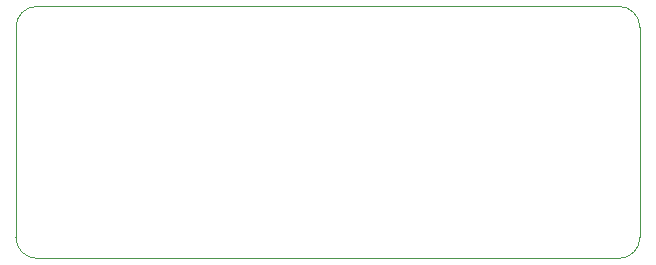
<source format=gbr>
%TF.GenerationSoftware,KiCad,Pcbnew,(5.1.10-1-10_14)*%
%TF.CreationDate,2021-10-24T23:06:49+08:00*%
%TF.ProjectId,esp32-nano,65737033-322d-46e6-916e-6f2e6b696361,1.0*%
%TF.SameCoordinates,Original*%
%TF.FileFunction,Profile,NP*%
%FSLAX46Y46*%
G04 Gerber Fmt 4.6, Leading zero omitted, Abs format (unit mm)*
G04 Created by KiCad (PCBNEW (5.1.10-1-10_14)) date 2021-10-24 23:06:49*
%MOMM*%
%LPD*%
G01*
G04 APERTURE LIST*
%TA.AperFunction,Profile*%
%ADD10C,0.050000*%
%TD*%
G04 APERTURE END LIST*
D10*
X76454000Y-25400000D02*
G75*
G02*
X78232000Y-27178000I0J-1778000D01*
G01*
X78232000Y-44958000D02*
X78232000Y-27178000D01*
X78232000Y-44958000D02*
G75*
G02*
X76454000Y-46736000I-1778000J0D01*
G01*
X27178000Y-46736000D02*
X76454000Y-46736000D01*
X27178000Y-46736000D02*
G75*
G02*
X25400000Y-44958000I0J1778000D01*
G01*
X25400000Y-27178000D02*
X25400000Y-44958000D01*
X27178000Y-25400000D02*
X76454000Y-25400000D01*
X25400000Y-27178000D02*
G75*
G02*
X27178000Y-25400000I1778000J0D01*
G01*
M02*

</source>
